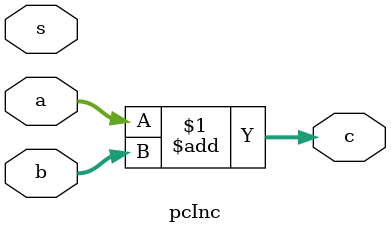
<source format=v>
module pcInc(a,b,c,s);
    input [4:0] a,b;
    input s;

    output [4:0] c;

    assign c = a + b; 

endmodule
</source>
